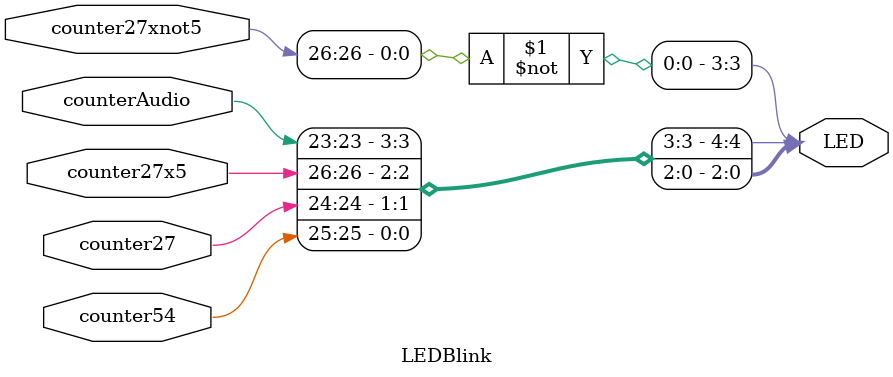
<source format=v>
module LEDBlink(

	//////////// CLOCK //////////
	input [31:0] counter54,
	input [31:0] counter27,
	input [31:0] counter27x5,
	input [31:0] counter27xnot5,
	input [31:0] counterAudio,

	//////////// LED //////////
	output [4:0] LED
);



//=======================================================
//  REG/WIRE declarations
//=======================================================

	assign LED[0] = counter54[25];
	assign LED[1] = counter27[24];
	assign LED[2] = counter27x5[26];
	assign LED[3] = ~counter27xnot5[26];
	assign LED[4] = counterAudio[23];
	
endmodule

</source>
